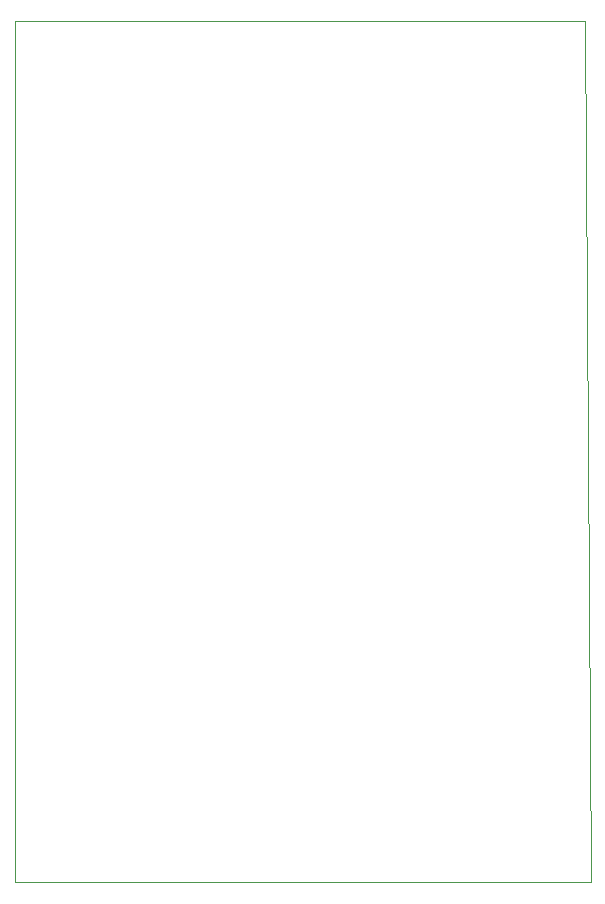
<source format=gbr>
%TF.GenerationSoftware,KiCad,Pcbnew,(5.1.10)-1*%
%TF.CreationDate,2021-10-01T01:20:56-04:00*%
%TF.ProjectId,Circuit Protector,43697263-7569-4742-9050-726f74656374,rev?*%
%TF.SameCoordinates,Original*%
%TF.FileFunction,Profile,NP*%
%FSLAX46Y46*%
G04 Gerber Fmt 4.6, Leading zero omitted, Abs format (unit mm)*
G04 Created by KiCad (PCBNEW (5.1.10)-1) date 2021-10-01 01:20:56*
%MOMM*%
%LPD*%
G01*
G04 APERTURE LIST*
%TA.AperFunction,Profile*%
%ADD10C,0.050000*%
%TD*%
G04 APERTURE END LIST*
D10*
X162560000Y-69850000D02*
X210820000Y-69850000D01*
X162560000Y-142748000D02*
X162560000Y-69850000D01*
X211328000Y-142748000D02*
X210820000Y-69850000D01*
X211328000Y-142748000D02*
X162560000Y-142748000D01*
M02*

</source>
